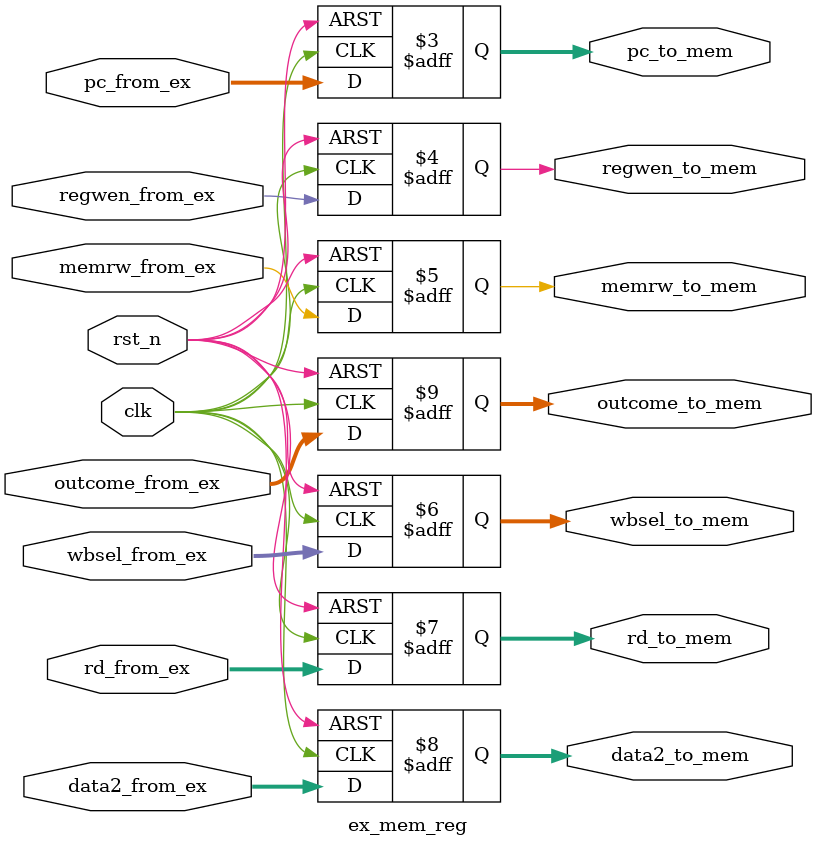
<source format=v>
`timescale 1ns / 1ps


module ex_mem_reg(
    input wire          clk,
    input wire          rst_n,
    input wire [31:0]   pc_from_ex,
    input wire          regwen_from_ex, 
    input wire          memrw_from_ex,  
    input wire [2:0]    wbsel_from_ex,
    input wire [4:0]    rd_from_ex,  
    input wire [31:0]   data2_from_ex,
    input wire [31:0]   outcome_from_ex,
    output reg [31:0]   pc_to_mem,
    output reg          regwen_to_mem,
    output reg          memrw_to_mem,  
    output reg [2:0]    wbsel_to_mem,  
    output reg [4:0]    rd_to_mem,   
    output reg [31:0]   data2_to_mem, 
    output reg [31:0]   outcome_to_mem
    );
    
always @ (posedge clk or negedge rst_n) begin
    if(~rst_n) begin
        pc_to_mem <= 32'b0;
        regwen_to_mem <= 1'b0;
        data2_to_mem <= 32'b0;
        rd_to_mem <= 5'b0;
        memrw_to_mem <= 1'b0;
        wbsel_to_mem <= 3'b0;
        outcome_to_mem <= 32'b0;
    end
    else begin
        pc_to_mem <= pc_from_ex;
        regwen_to_mem <= regwen_from_ex;
        data2_to_mem <= data2_from_ex;
        rd_to_mem <= rd_from_ex;    
        memrw_to_mem <= memrw_from_ex;
        wbsel_to_mem <= wbsel_from_ex; 
        outcome_to_mem <= outcome_from_ex;      
    end
end


endmodule

</source>
